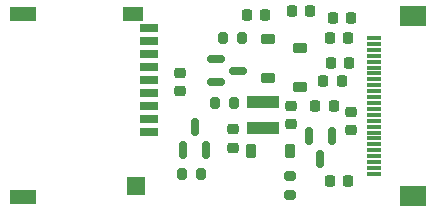
<source format=gbr>
%TF.GenerationSoftware,KiCad,Pcbnew,7.0.6*%
%TF.CreationDate,2024-02-06T14:07:08+09:00*%
%TF.ProjectId,CO2_sensor,434f325f-7365-46e7-936f-722e6b696361,rev?*%
%TF.SameCoordinates,Original*%
%TF.FileFunction,Paste,Top*%
%TF.FilePolarity,Positive*%
%FSLAX46Y46*%
G04 Gerber Fmt 4.6, Leading zero omitted, Abs format (unit mm)*
G04 Created by KiCad (PCBNEW 7.0.6) date 2024-02-06 14:07:08*
%MOMM*%
%LPD*%
G01*
G04 APERTURE LIST*
G04 Aperture macros list*
%AMRoundRect*
0 Rectangle with rounded corners*
0 $1 Rounding radius*
0 $2 $3 $4 $5 $6 $7 $8 $9 X,Y pos of 4 corners*
0 Add a 4 corners polygon primitive as box body*
4,1,4,$2,$3,$4,$5,$6,$7,$8,$9,$2,$3,0*
0 Add four circle primitives for the rounded corners*
1,1,$1+$1,$2,$3*
1,1,$1+$1,$4,$5*
1,1,$1+$1,$6,$7*
1,1,$1+$1,$8,$9*
0 Add four rect primitives between the rounded corners*
20,1,$1+$1,$2,$3,$4,$5,0*
20,1,$1+$1,$4,$5,$6,$7,0*
20,1,$1+$1,$6,$7,$8,$9,0*
20,1,$1+$1,$8,$9,$2,$3,0*%
G04 Aperture macros list end*
%ADD10RoundRect,0.200000X0.200000X0.275000X-0.200000X0.275000X-0.200000X-0.275000X0.200000X-0.275000X0*%
%ADD11RoundRect,0.225000X-0.225000X-0.250000X0.225000X-0.250000X0.225000X0.250000X-0.225000X0.250000X0*%
%ADD12RoundRect,0.225000X-0.250000X0.225000X-0.250000X-0.225000X0.250000X-0.225000X0.250000X0.225000X0*%
%ADD13RoundRect,0.225000X0.250000X-0.225000X0.250000X0.225000X-0.250000X0.225000X-0.250000X-0.225000X0*%
%ADD14R,1.300000X0.300000*%
%ADD15R,2.200000X1.800000*%
%ADD16RoundRect,0.225000X0.225000X0.375000X-0.225000X0.375000X-0.225000X-0.375000X0.225000X-0.375000X0*%
%ADD17RoundRect,0.225000X0.225000X0.250000X-0.225000X0.250000X-0.225000X-0.250000X0.225000X-0.250000X0*%
%ADD18RoundRect,0.200000X0.275000X-0.200000X0.275000X0.200000X-0.275000X0.200000X-0.275000X-0.200000X0*%
%ADD19RoundRect,0.150000X0.150000X-0.587500X0.150000X0.587500X-0.150000X0.587500X-0.150000X-0.587500X0*%
%ADD20RoundRect,0.200000X-0.200000X-0.275000X0.200000X-0.275000X0.200000X0.275000X-0.200000X0.275000X0*%
%ADD21RoundRect,0.150000X-0.150000X0.587500X-0.150000X-0.587500X0.150000X-0.587500X0.150000X0.587500X0*%
%ADD22RoundRect,0.225000X-0.375000X0.225000X-0.375000X-0.225000X0.375000X-0.225000X0.375000X0.225000X0*%
%ADD23RoundRect,0.150000X-0.587500X-0.150000X0.587500X-0.150000X0.587500X0.150000X-0.587500X0.150000X0*%
%ADD24R,1.600000X0.700000*%
%ADD25R,1.800000X1.200000*%
%ADD26R,2.200000X1.200000*%
%ADD27R,1.500000X1.600000*%
%ADD28R,2.700000X1.000000*%
G04 APERTURE END LIST*
D10*
%TO.C,R7*%
X184825000Y-126000000D03*
X183175000Y-126000000D03*
%TD*%
D11*
%TO.C,C4*%
X192475000Y-112250000D03*
X194025000Y-112250000D03*
%TD*%
D12*
%TO.C,C1*%
X187470437Y-122236132D03*
X187470437Y-123786132D03*
%TD*%
D13*
%TO.C,C2*%
X192418000Y-121795382D03*
X192418000Y-120245382D03*
%TD*%
D14*
%TO.C,J2*%
X199450000Y-126000000D03*
X199450000Y-125500000D03*
X199450000Y-125000000D03*
X199450000Y-124500000D03*
X199450000Y-124000000D03*
X199450000Y-123500000D03*
X199450000Y-123000000D03*
X199450000Y-122500000D03*
X199450000Y-122000000D03*
X199450000Y-121500000D03*
X199450000Y-121000000D03*
X199450000Y-120500000D03*
X199450000Y-120000000D03*
X199450000Y-119500000D03*
X199450000Y-119000000D03*
X199450000Y-118500000D03*
X199450000Y-118000000D03*
X199450000Y-117500000D03*
X199450000Y-117000000D03*
X199450000Y-116500000D03*
X199450000Y-116000000D03*
X199450000Y-115500000D03*
X199450000Y-115000000D03*
X199450000Y-114500000D03*
D15*
X202700000Y-127900000D03*
X202700000Y-112600000D03*
%TD*%
D16*
%TO.C,D1*%
X192290086Y-124053780D03*
X188990086Y-124053780D03*
%TD*%
D11*
%TO.C,C10*%
X195974999Y-112789777D03*
X197524999Y-112789777D03*
%TD*%
D17*
%TO.C,C3*%
X190202665Y-112522265D03*
X188652665Y-112522265D03*
%TD*%
D18*
%TO.C,R3*%
X192327987Y-127823208D03*
X192327987Y-126173208D03*
%TD*%
D13*
%TO.C,C15*%
X183000000Y-119025000D03*
X183000000Y-117475000D03*
%TD*%
D10*
%TO.C,R4*%
X187587500Y-120000000D03*
X185937500Y-120000000D03*
%TD*%
D11*
%TO.C,C9*%
X195139234Y-118110744D03*
X196689234Y-118110744D03*
%TD*%
%TO.C,C8*%
X194475000Y-120250000D03*
X196025000Y-120250000D03*
%TD*%
D19*
%TO.C,Q4*%
X183300000Y-123937500D03*
X185200000Y-123937500D03*
X184250000Y-122062500D03*
%TD*%
D20*
%TO.C,R1*%
X186612500Y-114500000D03*
X188262500Y-114500000D03*
%TD*%
D21*
%TO.C,Q3*%
X195849501Y-122834588D03*
X193949501Y-122834588D03*
X194899501Y-124709588D03*
%TD*%
D22*
%TO.C,D2*%
X193187500Y-115350000D03*
X193187500Y-118650000D03*
%TD*%
D23*
%TO.C,Q1*%
X186062500Y-116300000D03*
X186062500Y-118200000D03*
X187937500Y-117250000D03*
%TD*%
D22*
%TO.C,D3*%
X190437500Y-114600000D03*
X190437500Y-117900000D03*
%TD*%
D11*
%TO.C,C11*%
X195683764Y-126585530D03*
X197233764Y-126585530D03*
%TD*%
%TO.C,C6*%
X195778724Y-116574577D03*
X197328724Y-116574577D03*
%TD*%
D24*
%TO.C,J3*%
X180350000Y-122450000D03*
X180350000Y-121350000D03*
X180350000Y-120250000D03*
X180350000Y-119150000D03*
X180350000Y-118050000D03*
X180350000Y-116950000D03*
X180350000Y-115850000D03*
X180350000Y-114750000D03*
D25*
X179050000Y-112450000D03*
D26*
X169750000Y-112450000D03*
D24*
X180350000Y-113650000D03*
D27*
X179300000Y-127050000D03*
D26*
X169750000Y-127950000D03*
%TD*%
D13*
%TO.C,C16*%
X197500000Y-122275000D03*
X197500000Y-120725000D03*
%TD*%
D11*
%TO.C,C7*%
X195725000Y-114500000D03*
X197275000Y-114500000D03*
%TD*%
D28*
%TO.C,L1*%
X190035350Y-122119676D03*
X190035350Y-119919676D03*
%TD*%
M02*

</source>
